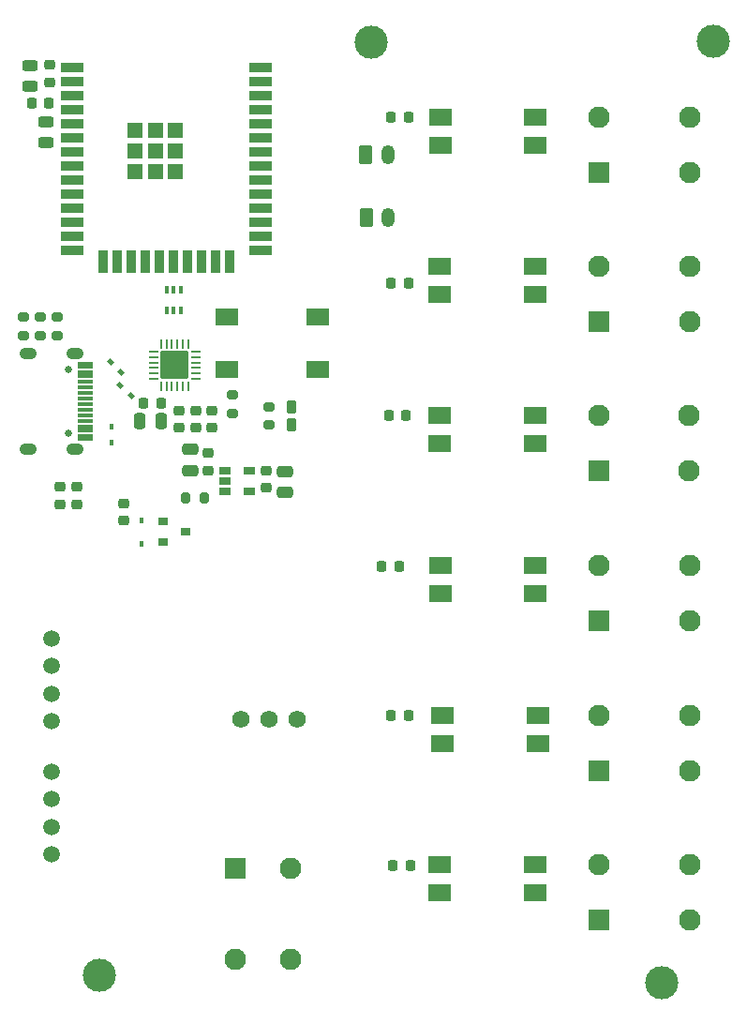
<source format=gbr>
G04 #@! TF.GenerationSoftware,KiCad,Pcbnew,7.0.2*
G04 #@! TF.CreationDate,2023-10-05T20:12:05+02:00*
G04 #@! TF.ProjectId,Harpe_ESP32,48617270-655f-4455-9350-33322e6b6963,rev?*
G04 #@! TF.SameCoordinates,Original*
G04 #@! TF.FileFunction,Soldermask,Top*
G04 #@! TF.FilePolarity,Negative*
%FSLAX46Y46*%
G04 Gerber Fmt 4.6, Leading zero omitted, Abs format (unit mm)*
G04 Created by KiCad (PCBNEW 7.0.2) date 2023-10-05 20:12:05*
%MOMM*%
%LPD*%
G01*
G04 APERTURE LIST*
G04 Aperture macros list*
%AMRoundRect*
0 Rectangle with rounded corners*
0 $1 Rounding radius*
0 $2 $3 $4 $5 $6 $7 $8 $9 X,Y pos of 4 corners*
0 Add a 4 corners polygon primitive as box body*
4,1,4,$2,$3,$4,$5,$6,$7,$8,$9,$2,$3,0*
0 Add four circle primitives for the rounded corners*
1,1,$1+$1,$2,$3*
1,1,$1+$1,$4,$5*
1,1,$1+$1,$6,$7*
1,1,$1+$1,$8,$9*
0 Add four rect primitives between the rounded corners*
20,1,$1+$1,$2,$3,$4,$5,0*
20,1,$1+$1,$4,$5,$6,$7,0*
20,1,$1+$1,$6,$7,$8,$9,0*
20,1,$1+$1,$8,$9,$2,$3,0*%
%AMRotRect*
0 Rectangle, with rotation*
0 The origin of the aperture is its center*
0 $1 length*
0 $2 width*
0 $3 Rotation angle, in degrees counterclockwise*
0 Add horizontal line*
21,1,$1,$2,0,0,$3*%
G04 Aperture macros list end*
%ADD10RoundRect,0.250000X-0.350000X-0.625000X0.350000X-0.625000X0.350000X0.625000X-0.350000X0.625000X0*%
%ADD11O,1.200000X1.750000*%
%ADD12R,2.000000X1.500000*%
%ADD13R,1.950000X1.950000*%
%ADD14C,1.950000*%
%ADD15RoundRect,0.243750X0.456250X-0.243750X0.456250X0.243750X-0.456250X0.243750X-0.456250X-0.243750X0*%
%ADD16RoundRect,0.218750X0.256250X-0.218750X0.256250X0.218750X-0.256250X0.218750X-0.256250X-0.218750X0*%
%ADD17RoundRect,0.243750X-0.456250X0.243750X-0.456250X-0.243750X0.456250X-0.243750X0.456250X0.243750X0*%
%ADD18RoundRect,0.250000X0.250000X0.475000X-0.250000X0.475000X-0.250000X-0.475000X0.250000X-0.475000X0*%
%ADD19RoundRect,0.218750X0.218750X0.256250X-0.218750X0.256250X-0.218750X-0.256250X0.218750X-0.256250X0*%
%ADD20RoundRect,0.218750X-0.256250X0.218750X-0.256250X-0.218750X0.256250X-0.218750X0.256250X0.218750X0*%
%ADD21RoundRect,0.218750X-0.218750X-0.256250X0.218750X-0.256250X0.218750X0.256250X-0.218750X0.256250X0*%
%ADD22R,2.000000X0.900000*%
%ADD23R,0.900000X2.000000*%
%ADD24R,1.330000X1.330000*%
%ADD25R,2.100000X1.550000*%
%ADD26RoundRect,0.062500X-0.350000X-0.062500X0.350000X-0.062500X0.350000X0.062500X-0.350000X0.062500X0*%
%ADD27RoundRect,0.062500X-0.062500X-0.350000X0.062500X-0.350000X0.062500X0.350000X-0.062500X0.350000X0*%
%ADD28RoundRect,0.250000X-1.050000X-1.050000X1.050000X-1.050000X1.050000X1.050000X-1.050000X1.050000X0*%
%ADD29R,1.060000X0.650000*%
%ADD30C,3.000000*%
%ADD31R,0.450000X0.600000*%
%ADD32R,0.400000X0.650000*%
%ADD33R,0.900000X0.800000*%
%ADD34R,0.420000X0.550000*%
%ADD35RotRect,0.420000X0.550000X225.000000*%
%ADD36RotRect,0.420000X0.550000X45.000000*%
%ADD37C,0.650000*%
%ADD38R,1.450000X0.300000*%
%ADD39RoundRect,0.500000X-0.300000X0.000000X-0.300000X0.000000X0.300000X0.000000X0.300000X0.000000X0*%
%ADD40RoundRect,0.200000X-0.275000X0.200000X-0.275000X-0.200000X0.275000X-0.200000X0.275000X0.200000X0*%
%ADD41RoundRect,0.212500X0.212500X-0.400000X0.212500X0.400000X-0.212500X0.400000X-0.212500X-0.400000X0*%
%ADD42RoundRect,0.250000X0.475000X-0.250000X0.475000X0.250000X-0.475000X0.250000X-0.475000X-0.250000X0*%
%ADD43RoundRect,0.250000X-0.475000X0.250000X-0.475000X-0.250000X0.475000X-0.250000X0.475000X0.250000X0*%
%ADD44C,1.500000*%
%ADD45C,1.575000*%
%ADD46RoundRect,0.200000X0.200000X0.275000X-0.200000X0.275000X-0.200000X-0.275000X0.200000X-0.275000X0*%
G04 APERTURE END LIST*
D10*
X129660000Y-95290000D03*
D11*
X131660000Y-95290000D03*
D10*
X129620000Y-89640000D03*
D11*
X131620000Y-89640000D03*
D12*
X117090000Y-109060000D03*
X125290000Y-109060000D03*
D13*
X117860000Y-154070000D03*
D14*
X117860000Y-162270000D03*
X122860000Y-154070000D03*
X122860000Y-162270000D03*
D15*
X99300000Y-83477500D03*
X99300000Y-81602500D03*
D16*
X101060000Y-83117500D03*
X101060000Y-81542500D03*
D17*
X100760000Y-86652500D03*
X100760000Y-88527500D03*
D18*
X111130000Y-113690000D03*
X109230000Y-113690000D03*
D19*
X111137500Y-112070000D03*
X109562500Y-112070000D03*
D16*
X115400000Y-118177500D03*
X115400000Y-116602500D03*
D20*
X120650000Y-118172500D03*
X120650000Y-119747500D03*
D21*
X99452500Y-85040000D03*
X101027500Y-85040000D03*
D19*
X133497500Y-86250000D03*
X131922500Y-86250000D03*
X133507500Y-101270000D03*
X131932500Y-101270000D03*
X133267500Y-113230000D03*
X131692500Y-113230000D03*
X132637500Y-126820000D03*
X131062500Y-126820000D03*
X133487500Y-140260000D03*
X131912500Y-140260000D03*
X133657500Y-153800000D03*
X132082500Y-153800000D03*
D20*
X112760000Y-112732500D03*
X112760000Y-114307500D03*
D16*
X114270000Y-114317500D03*
X114270000Y-112742500D03*
D20*
X115770000Y-112742500D03*
X115770000Y-114317500D03*
D22*
X103110000Y-81810000D03*
X103110000Y-83080000D03*
X103110000Y-84350000D03*
X103110000Y-85620000D03*
X103110000Y-86890000D03*
X103110000Y-88160000D03*
X103110000Y-89430000D03*
X103110000Y-90700000D03*
X103110000Y-91970000D03*
X103110000Y-93240000D03*
X103110000Y-94510000D03*
X103110000Y-95780000D03*
X103110000Y-97050000D03*
X103110000Y-98320000D03*
D23*
X105895000Y-99320000D03*
X107165000Y-99320000D03*
X108435000Y-99320000D03*
X109705000Y-99320000D03*
X110975000Y-99320000D03*
X112245000Y-99320000D03*
X113515000Y-99320000D03*
X114785000Y-99320000D03*
X116055000Y-99320000D03*
X117325000Y-99320000D03*
D22*
X120110000Y-98320000D03*
X120110000Y-97050000D03*
X120110000Y-95780000D03*
X120110000Y-94510000D03*
X120110000Y-93240000D03*
X120110000Y-91970000D03*
X120110000Y-90700000D03*
X120110000Y-89430000D03*
X120110000Y-88160000D03*
X120110000Y-86890000D03*
X120110000Y-85620000D03*
X120110000Y-84350000D03*
X120110000Y-83080000D03*
X120110000Y-81810000D03*
D24*
X108775000Y-87475000D03*
X108775000Y-89310000D03*
X108775000Y-91145000D03*
X110610000Y-91145000D03*
X110610000Y-89310000D03*
X110610000Y-87475000D03*
X112445000Y-87475000D03*
X112445000Y-89310000D03*
X112445000Y-91145000D03*
D25*
X136360000Y-86230000D03*
X136360000Y-88770000D03*
X144960000Y-88770000D03*
X144960000Y-86230000D03*
X136330000Y-99720000D03*
X136330000Y-102260000D03*
X144930000Y-102260000D03*
X144930000Y-99720000D03*
X136310000Y-113230000D03*
X136310000Y-115770000D03*
X144910000Y-115770000D03*
X144910000Y-113230000D03*
X136350000Y-126770000D03*
X136350000Y-129310000D03*
X144950000Y-129310000D03*
X144950000Y-126770000D03*
X136560000Y-140260000D03*
X136560000Y-142800000D03*
X145160000Y-142800000D03*
X145160000Y-140260000D03*
X136340000Y-153790000D03*
X136340000Y-156330000D03*
X144940000Y-156330000D03*
X144940000Y-153790000D03*
D26*
X110442500Y-107410000D03*
X110442500Y-107910000D03*
X110442500Y-108410000D03*
X110442500Y-108910000D03*
X110442500Y-109410000D03*
X110442500Y-109910000D03*
D27*
X111130000Y-110597500D03*
X111630000Y-110597500D03*
X112130000Y-110597500D03*
X112630000Y-110597500D03*
X113130000Y-110597500D03*
X113630000Y-110597500D03*
D26*
X114317500Y-109910000D03*
X114317500Y-109410000D03*
X114317500Y-108910000D03*
X114317500Y-108410000D03*
X114317500Y-107910000D03*
X114317500Y-107410000D03*
D27*
X113630000Y-106722500D03*
X113130000Y-106722500D03*
X112630000Y-106722500D03*
X112130000Y-106722500D03*
X111630000Y-106722500D03*
X111130000Y-106722500D03*
D28*
X112380000Y-108660000D03*
D29*
X116880000Y-118170000D03*
X116880000Y-119120000D03*
X116880000Y-120070000D03*
X119080000Y-120070000D03*
X119080000Y-118170000D03*
D12*
X117100000Y-104320000D03*
X125300000Y-104320000D03*
D30*
X130140000Y-79460000D03*
X105590000Y-163740000D03*
X161010000Y-79390000D03*
X156340000Y-164440000D03*
D16*
X103540000Y-121227500D03*
X103540000Y-119652500D03*
X102010000Y-121227500D03*
X102010000Y-119652500D03*
D31*
X109370000Y-124760000D03*
X109370000Y-122660000D03*
D32*
X112930000Y-101840000D03*
X112280000Y-101840000D03*
X111630000Y-101840000D03*
X111630000Y-103740000D03*
X112280000Y-103740000D03*
X112930000Y-103740000D03*
D33*
X111320000Y-122740000D03*
X111320000Y-124640000D03*
X113320000Y-123690000D03*
D16*
X107760000Y-122717500D03*
X107760000Y-121142500D03*
D34*
X106700000Y-114240000D03*
X106700000Y-115640000D03*
D35*
X107554975Y-109314975D03*
X106565025Y-108325025D03*
D36*
X107425025Y-110445025D03*
X108414975Y-111434975D03*
D37*
X102810000Y-109020000D03*
X102810000Y-114820000D03*
D38*
X104260000Y-108520000D03*
X104260000Y-109320000D03*
X104260000Y-110670000D03*
X104260000Y-111670000D03*
X104260000Y-112170000D03*
X104260000Y-113170000D03*
X104260000Y-114520000D03*
X104260000Y-115320000D03*
X104260000Y-115020000D03*
X104260000Y-114220000D03*
X104260000Y-113670000D03*
X104260000Y-112670000D03*
X104260000Y-111170000D03*
X104260000Y-110170000D03*
X104260000Y-109620000D03*
X104260000Y-108820000D03*
D39*
X103340000Y-107600000D03*
X99160000Y-107600000D03*
X103340000Y-116240000D03*
X99160000Y-116240000D03*
D40*
X98680000Y-104315000D03*
X98680000Y-105965000D03*
X101790000Y-104315000D03*
X101790000Y-105965000D03*
X100270000Y-104315000D03*
X100270000Y-105965000D03*
D41*
X122940000Y-114022500D03*
X122940000Y-112397500D03*
D40*
X120920000Y-112395000D03*
X120920000Y-114045000D03*
D42*
X113750000Y-118160000D03*
X113750000Y-116260000D03*
D43*
X122300000Y-118260000D03*
X122300000Y-120160000D03*
D40*
X117580000Y-111335000D03*
X117580000Y-112985000D03*
D44*
X101230000Y-140820000D03*
X101230000Y-138320000D03*
X101230000Y-135820000D03*
X101230000Y-133320000D03*
D45*
X123410000Y-140650000D03*
X120870000Y-140650000D03*
X118330000Y-140650000D03*
D13*
X150680000Y-91230000D03*
D14*
X158880000Y-91230000D03*
X150680000Y-86230000D03*
X158880000Y-86230000D03*
D13*
X150660000Y-118230000D03*
D14*
X158860000Y-118230000D03*
X150660000Y-113230000D03*
X158860000Y-113230000D03*
D13*
X150680000Y-104730000D03*
D14*
X158880000Y-104730000D03*
X150680000Y-99730000D03*
X158880000Y-99730000D03*
D44*
X101220000Y-152840000D03*
X101220000Y-150340000D03*
X101220000Y-147840000D03*
X101220000Y-145340000D03*
D13*
X150680000Y-158780000D03*
D14*
X158880000Y-158780000D03*
X150680000Y-153780000D03*
X158880000Y-153780000D03*
D13*
X150690000Y-145280000D03*
D14*
X158890000Y-145280000D03*
X150690000Y-140280000D03*
X158890000Y-140280000D03*
D46*
X115025000Y-120610000D03*
X113375000Y-120610000D03*
D13*
X150670000Y-131770000D03*
D14*
X158870000Y-131770000D03*
X150670000Y-126770000D03*
X158870000Y-126770000D03*
M02*

</source>
